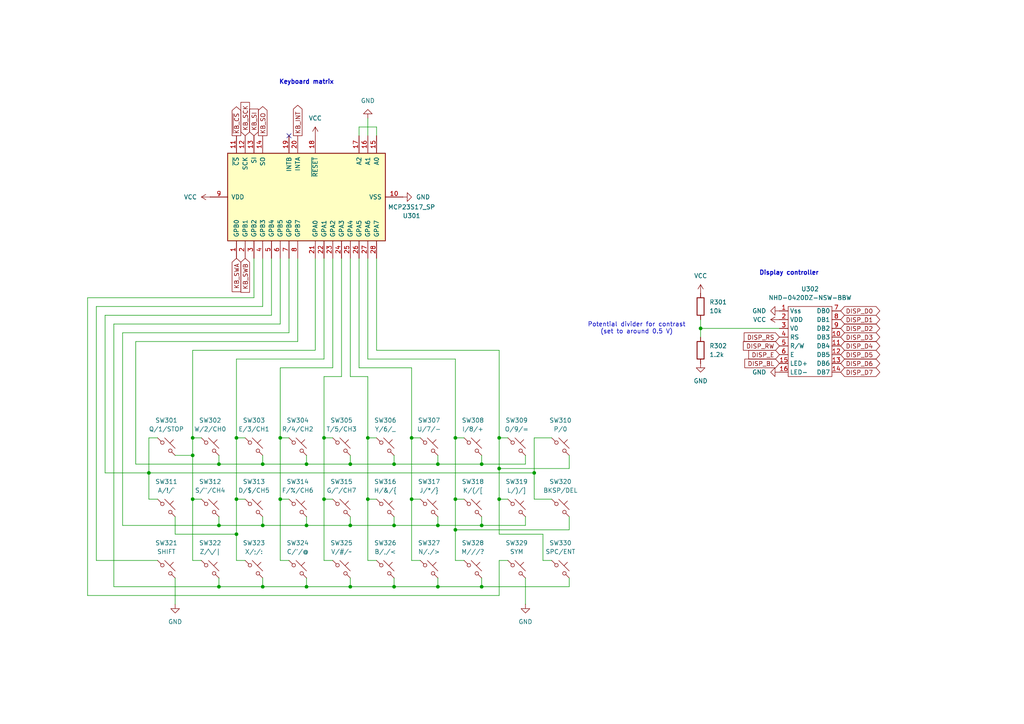
<source format=kicad_sch>
(kicad_sch (version 20250114) (generator "eeschema") (generator_version "9.0")
  (paper "A4")
  (lib_symbols
    (symbol "Components:NHD-0420DZ-FL-YBW"
      (property "Reference" "U" (at -4.318 13.716 0))
      (property "Value" "NHD-0420DZ-FL-YBW" (at 6.096 11.684 0))
      (symbol "NHD-0420DZ-FL-YBW_0_1"
        (rectangle (start -5.08 10.16) (end 7.62 -10.16))
      )
      (symbol "NHD-0420DZ-FL-YBW_1_1"
        (pin power_in line (at -7.62 8.89 0) (length 2.54) (name "Vss") (number "1"))
        (pin power_in line (at -7.62 6.35 0) (length 2.54) (name "VDD") (number "2"))
        (pin power_in line (at -7.62 3.81 0) (length 2.54) (name "V0") (number "3"))
        (pin input line (at -7.62 1.27 0) (length 2.54) (name "RS") (number "4"))
        (pin input line (at -7.62 -1.27 0) (length 2.54) (name "R/W") (number "5"))
        (pin input line (at -7.62 -3.81 0) (length 2.54) (name "E") (number "6"))
        (pin power_in line (at -7.62 -6.35 0) (length 2.54) (name "LED+") (number "15"))
        (pin power_in line (at -7.62 -8.89 0) (length 2.54) (name "LED-") (number "16"))
        (pin tri_state line (at 10.16 8.89 180) (length 2.54) (name "DB0") (number "7"))
        (pin tri_state line (at 10.16 6.35 180) (length 2.54) (name "DB1") (number "8"))
        (pin tri_state line (at 10.16 3.81 180) (length 2.54) (name "DB2") (number "9"))
        (pin tri_state line (at 10.16 1.27 180) (length 2.54) (name "DB3") (number "10"))
        (pin tri_state line (at 10.16 -1.27 180) (length 2.54) (name "DB4") (number "11"))
        (pin tri_state line (at 10.16 -3.81 180) (length 2.54) (name "DB5") (number "12"))
        (pin tri_state line (at 10.16 -6.35 180) (length 2.54) (name "DB6") (number "13"))
        (pin tri_state line (at 10.16 -8.89 180) (length 2.54) (name "DB7") (number "14"))
      )
    )
    (symbol "Device:R" (pin_numbers (hide yes)) (pin_names (offset 0))
      (property "Reference" "R" (at 2.032 0 90))
      (property "Value" "R" (at 0 0 90))
      (symbol "R_0_1"
        (rectangle (start -1.016 -2.54) (end 1.016 2.54) (stroke (width 0.254)))
      )
      (symbol "R_1_1"
        (pin passive line (at 0 3.81 270) (length 1.27) (name "~") (number "1"))
        (pin passive line (at 0 -3.81 90) (length 1.27) (name "~") (number "2"))
      )
    )
    (symbol "Interface_Expansion:MCP23S17_SP" (pin_names (offset 1.016))
      (property "Reference" "U" (at -11.43 24.13 0))
      (property "Value" "MCP23S17_SP" (at 0 0 0))
      (symbol "MCP23S17_SP_0_1"
        (rectangle (start -12.7 22.86) (end 12.7 -22.86) (stroke (width 0.254)) (fill (type background)))
      )
      (symbol "MCP23S17_SP_1_1"
        (pin input line (at -17.78 20.32 0) (length 5.08) (name "~{CS}") (number "11"))
        (pin input line (at -17.78 17.78 0) (length 5.08) (name "SCK") (number "12"))
        (pin input line (at -17.78 15.24 0) (length 5.08) (name "SI") (number "13"))
        (pin output line (at -17.78 12.7 0) (length 5.08) (name "SO") (number "14"))
        (pin tri_state line (at -17.78 5.08 0) (length 5.08) (name "INTB") (number "19"))
        (pin tri_state line (at -17.78 2.54 0) (length 5.08) (name "INTA") (number "20"))
        (pin input line (at -17.78 -2.54 0) (length 5.08) (name "~{RESET}") (number "18"))
        (pin input line (at -17.78 -15.24 0) (length 5.08) (name "A2") (number "17"))
        (pin input line (at -17.78 -17.78 0) (length 5.08) (name "A1") (number "16"))
        (pin input line (at -17.78 -20.32 0) (length 5.08) (name "A0") (number "15"))
        (pin power_in line (at 0 27.94 270) (length 5.08) (name "VDD") (number "9"))
        (pin power_in line (at 0 -27.94 90) (length 5.08) (name "VSS") (number "10"))
        (pin bidirectional line (at 17.78 20.32 180) (length 5.08) (name "GPB0") (number "1"))
        (pin bidirectional line (at 17.78 17.78 180) (length 5.08) (name "GPB1") (number "2"))
        (pin bidirectional line (at 17.78 15.24 180) (length 5.08) (name "GPB2") (number "3"))
        (pin bidirectional line (at 17.78 12.7 180) (length 5.08) (name "GPB3") (number "4"))
        (pin bidirectional line (at 17.78 10.16 180) (length 5.08) (name "GPB4") (number "5"))
        (pin bidirectional line (at 17.78 7.62 180) (length 5.08) (name "GPB5") (number "6"))
        (pin bidirectional line (at 17.78 5.08 180) (length 5.08) (name "GPB6") (number "7"))
        (pin bidirectional line (at 17.78 2.54 180) (length 5.08) (name "GPB7") (number "8"))
        (pin bidirectional line (at 17.78 -2.54 180) (length 5.08) (name "GPA0") (number "21"))
        (pin bidirectional line (at 17.78 -5.08 180) (length 5.08) (name "GPA1") (number "22"))
        (pin bidirectional line (at 17.78 -7.62 180) (length 5.08) (name "GPA2") (number "23"))
        (pin bidirectional line (at 17.78 -10.16 180) (length 5.08) (name "GPA3") (number "24"))
        (pin bidirectional line (at 17.78 -12.7 180) (length 5.08) (name "GPA4") (number "25"))
        (pin bidirectional line (at 17.78 -15.24 180) (length 5.08) (name "GPA5") (number "26"))
        (pin bidirectional line (at 17.78 -17.78 180) (length 5.08) (name "GPA6") (number "27"))
        (pin bidirectional line (at 17.78 -20.32 180) (length 5.08) (name "GPA7") (number "28"))
      )
    )
    (symbol "Switch:SW_Push_45deg" (pin_numbers (hide yes)) (pin_names (offset 1.016) (hide yes))
      (property "Reference" "SW" (at 3.048 1.016 0))
      (property "Value" "SW_Push_45deg" (at 0 -3.81 0))
      (symbol "SW_Push_45deg_0_1"
        (polyline (pts (xy -2.54 2.54) (xy -1.524 1.524) (xy -1.524 1.524)))
        (circle (center -1.1684 1.1684) (radius 0.508))
        (polyline (pts (xy -0.508 2.54) (xy 2.54 -0.508)))
        (polyline (pts (xy 1.016 1.016) (xy 2.032 2.032)))
        (circle (center 1.143 -1.1938) (radius 0.508))
        (polyline (pts (xy 1.524 -1.524) (xy 2.54 -2.54) (xy 2.54 -2.54) (xy 2.54 -2.54)))
        (pin passive line (at -2.54 2.54 0) (length 0) (name "1") (number "1"))
        (pin passive line (at 2.54 -2.54 180) (length 0) (name "2") (number "2"))
      )
    )
    (symbol "power:GND" (power) (pin_numbers (hide yes)) (pin_names (offset 0) (hide yes))
      (property "Value" "GND" (at 0 -3.81 0))
      (symbol "GND_0_1"
        (polyline (pts (xy 0 0) (xy 0 -1.27) (xy 1.27 -1.27) (xy 0 -2.54) (xy -1.27 -1.27) (xy 0 -1.27)))
      )
      (symbol "GND_1_1"
        (pin power_in line (at 0 0 270) (length 0) (name "~") (number "1"))
      )
    )
    (symbol "power:VCC" (power) (pin_numbers (hide yes)) (pin_names (offset 0) (hide yes))
      (property "Value" "VCC" (at 0 3.556 0))
      (symbol "VCC_0_1"
        (polyline (pts (xy -0.762 1.27) (xy 0 2.54)))
        (polyline (pts (xy 0 2.54) (xy 0.762 1.27)))
        (polyline (pts (xy 0 0) (xy 0 2.54)))
      )
      (symbol "VCC_1_1"
        (pin power_in line (at 0 0 90) (length 0) (name "~") (number "1"))
      )
    )
  )
  (text "Display controller" (at 228.854 79.248 0) (effects (font (size 1.27 1.27) (thickness 0.254) (bold yes))))
  (text "Keyboard matrix" (at 88.9 23.876 0) (effects (font (size 1.27 1.27) (thickness 0.254) (bold yes))))
  (text "Potential divider for contrast\n(set to around 0.5 V)" (at 184.658 95.25 0) (effects (font (size 1.27 1.27) (thickness 0.1588))))
  (junction (at 93.98 127))
  (junction (at 63.5 170.18))
  (junction (at 55.88 144.78))
  (junction (at 144.78 127))
  (junction (at 127 134.62))
  (junction (at 55.88 132.08))
  (junction (at 114.3 134.62))
  (junction (at 88.9 134.62))
  (junction (at 101.6 170.18))
  (junction (at 81.28 127))
  (junction (at 81.28 144.78))
  (junction (at 88.9 170.18))
  (junction (at 93.98 144.78))
  (junction (at 154.94 137.16))
  (junction (at 144.78 144.78))
  (junction (at 68.58 127))
  (junction (at 139.7 170.18))
  (junction (at 43.18 137.16))
  (junction (at 203.2 95.25))
  (junction (at 139.7 152.4))
  (junction (at 144.78 135.89))
  (junction (at 132.08 144.78))
  (junction (at 101.6 152.4))
  (junction (at 76.2 170.18))
  (junction (at 106.68 127))
  (junction (at 88.9 152.4))
  (junction (at 106.68 144.78))
  (junction (at 132.08 127))
  (junction (at 76.2 134.62))
  (junction (at 114.3 170.18))
  (junction (at 68.58 144.78))
  (junction (at 119.38 127))
  (junction (at 139.7 134.62))
  (junction (at 127 152.4))
  (junction (at 63.5 134.62))
  (junction (at 114.3 152.4))
  (junction (at 101.6 134.62))
  (junction (at 55.88 127))
  (junction (at 68.58 154.94))
  (junction (at 76.2 152.4))
  (junction (at 63.5 152.4))
  (junction (at 127 170.18))
  (junction (at 132.08 153.67))
  (junction (at 119.38 144.78))
  (no_connect (at 83.82 39.37))
  (wire (pts (xy 154.94 144.78) (xy 160.02 144.78)))
  (wire (pts (xy 144.78 127) (xy 144.78 135.89)))
  (wire (pts (xy 114.3 167.64) (xy 114.3 170.18)))
  (wire (pts (xy 114.3 152.4) (xy 127 152.4)))
  (wire (pts (xy 78.74 91.44) (xy 30.48 91.44)))
  (wire (pts (xy 165.1 153.67) (xy 132.08 153.67)))
  (wire (pts (xy 25.4 86.36) (xy 73.66 86.36)))
  (wire (pts (xy 203.2 95.25) (xy 226.06 95.25)))
  (wire (pts (xy 63.5 152.4) (xy 76.2 152.4)))
  (wire (pts (xy 50.8 149.86) (xy 50.8 154.94)))
  (wire (pts (xy 45.72 144.78) (xy 43.18 144.78)))
  (wire (pts (xy 55.88 144.78) (xy 58.42 144.78)))
  (wire (pts (xy 106.68 127) (xy 106.68 144.78)))
  (wire (pts (xy 203.2 95.25) (xy 203.2 97.79)))
  (wire (pts (xy 165.1 167.64) (xy 165.1 170.18)))
  (wire (pts (xy 91.44 101.6) (xy 55.88 101.6)))
  (wire (pts (xy 127 132.08) (xy 127 134.62)))
  (wire (pts (xy 68.58 104.14) (xy 68.58 127)))
  (wire (pts (xy 55.88 132.08) (xy 55.88 144.78)))
  (wire (pts (xy 88.9 170.18) (xy 101.6 170.18)))
  (wire (pts (xy 83.82 162.56) (xy 81.28 162.56)))
  (wire (pts (xy 104.14 39.37) (xy 104.14 36.83)))
  (wire (pts (xy 157.48 154.94) (xy 157.48 162.56)))
  (wire (pts (xy 121.92 162.56) (xy 119.38 162.56)))
  (wire (pts (xy 25.4 172.72) (xy 25.4 86.36)))
  (wire (pts (xy 106.68 144.78) (xy 106.68 162.56)))
  (wire (pts (xy 101.6 152.4) (xy 114.3 152.4)))
  (wire (pts (xy 86.36 74.93) (xy 86.36 99.06)))
  (wire (pts (xy 50.8 154.94) (xy 68.58 154.94)))
  (wire (pts (xy 109.22 101.6) (xy 144.78 101.6)))
  (wire (pts (xy 33.02 170.18) (xy 63.5 170.18)))
  (wire (pts (xy 68.58 127) (xy 68.58 144.78)))
  (wire (pts (xy 33.02 93.98) (xy 33.02 170.18)))
  (wire (pts (xy 101.6 74.93) (xy 101.6 109.22)))
  (wire (pts (xy 39.37 99.06) (xy 39.37 134.62)))
  (wire (pts (xy 96.52 162.56) (xy 93.98 162.56)))
  (wire (pts (xy 127 149.86) (xy 127 152.4)))
  (wire (pts (xy 203.2 92.71) (xy 203.2 95.25)))
  (wire (pts (xy 165.1 132.08) (xy 165.1 135.89)))
  (wire (pts (xy 157.48 162.56) (xy 160.02 162.56)))
  (wire (pts (xy 147.32 162.56) (xy 144.78 162.56)))
  (wire (pts (xy 55.88 144.78) (xy 55.88 162.56)))
  (wire (pts (xy 86.36 99.06) (xy 39.37 99.06)))
  (wire (pts (xy 132.08 144.78) (xy 132.08 153.67)))
  (wire (pts (xy 45.72 127) (xy 43.18 127)))
  (wire (pts (xy 96.52 106.68) (xy 81.28 106.68)))
  (wire (pts (xy 27.94 162.56) (xy 27.94 88.9)))
  (wire (pts (xy 144.78 162.56) (xy 144.78 172.72)))
  (wire (pts (xy 144.78 101.6) (xy 144.78 127)))
  (wire (pts (xy 45.72 162.56) (xy 27.94 162.56)))
  (wire (pts (xy 119.38 144.78) (xy 121.92 144.78)))
  (wire (pts (xy 81.28 74.93) (xy 81.28 93.98)))
  (wire (pts (xy 63.5 149.86) (xy 63.5 152.4)))
  (wire (pts (xy 93.98 144.78) (xy 93.98 162.56)))
  (wire (pts (xy 101.6 167.64) (xy 101.6 170.18)))
  (wire (pts (xy 78.74 74.93) (xy 78.74 91.44)))
  (wire (pts (xy 132.08 104.14) (xy 132.08 127)))
  (wire (pts (xy 139.7 152.4) (xy 152.4 152.4)))
  (wire (pts (xy 93.98 127) (xy 93.98 144.78)))
  (wire (pts (xy 30.48 91.44) (xy 30.48 137.16)))
  (wire (pts (xy 91.44 74.93) (xy 91.44 101.6)))
  (wire (pts (xy 132.08 153.67) (xy 132.08 162.56)))
  (wire (pts (xy 109.22 74.93) (xy 109.22 101.6)))
  (wire (pts (xy 101.6 149.86) (xy 101.6 152.4)))
  (wire (pts (xy 101.6 109.22) (xy 106.68 109.22)))
  (wire (pts (xy 144.78 154.94) (xy 157.48 154.94)))
  (wire (pts (xy 63.5 132.08) (xy 63.5 134.62)))
  (wire (pts (xy 88.9 149.86) (xy 88.9 152.4)))
  (wire (pts (xy 106.68 127) (xy 109.22 127)))
  (wire (pts (xy 76.2 134.62) (xy 88.9 134.62)))
  (wire (pts (xy 104.14 106.68) (xy 119.38 106.68)))
  (wire (pts (xy 50.8 167.64) (xy 50.8 175.26)))
  (wire (pts (xy 76.2 170.18) (xy 88.9 170.18)))
  (wire (pts (xy 139.7 134.62) (xy 139.7 132.08)))
  (wire (pts (xy 63.5 134.62) (xy 76.2 134.62)))
  (wire (pts (xy 93.98 127) (xy 96.52 127)))
  (wire (pts (xy 104.14 74.93) (xy 104.14 106.68)))
  (wire (pts (xy 114.3 149.86) (xy 114.3 152.4)))
  (wire (pts (xy 99.06 74.93) (xy 99.06 109.22)))
  (wire (pts (xy 76.2 149.86) (xy 76.2 152.4)))
  (wire (pts (xy 119.38 127) (xy 119.38 144.78)))
  (wire (pts (xy 88.9 134.62) (xy 101.6 134.62)))
  (wire (pts (xy 165.1 149.86) (xy 165.1 153.67)))
  (wire (pts (xy 132.08 144.78) (xy 134.62 144.78)))
  (wire (pts (xy 63.5 170.18) (xy 76.2 170.18)))
  (wire (pts (xy 55.88 127) (xy 58.42 127)))
  (wire (pts (xy 139.7 170.18) (xy 165.1 170.18)))
  (wire (pts (xy 106.68 144.78) (xy 109.22 144.78)))
  (wire (pts (xy 88.9 132.08) (xy 88.9 134.62)))
  (wire (pts (xy 83.82 96.52) (xy 35.56 96.52)))
  (wire (pts (xy 93.98 74.93) (xy 93.98 104.14)))
  (wire (pts (xy 114.3 170.18) (xy 127 170.18)))
  (wire (pts (xy 106.68 109.22) (xy 106.68 127)))
  (wire (pts (xy 139.7 149.86) (xy 139.7 152.4)))
  (wire (pts (xy 119.38 106.68) (xy 119.38 127)))
  (wire (pts (xy 106.68 74.93) (xy 106.68 104.14)))
  (wire (pts (xy 144.78 144.78) (xy 144.78 154.94)))
  (wire (pts (xy 127 170.18) (xy 139.7 170.18)))
  (wire (pts (xy 132.08 127) (xy 134.62 127)))
  (wire (pts (xy 35.56 152.4) (xy 63.5 152.4)))
  (wire (pts (xy 144.78 144.78) (xy 147.32 144.78)))
  (wire (pts (xy 88.9 152.4) (xy 101.6 152.4)))
  (wire (pts (xy 114.3 134.62) (xy 127 134.62)))
  (wire (pts (xy 99.06 109.22) (xy 93.98 109.22)))
  (wire (pts (xy 127 167.64) (xy 127 170.18)))
  (wire (pts (xy 144.78 127) (xy 147.32 127)))
  (wire (pts (xy 81.28 127) (xy 81.28 144.78)))
  (wire (pts (xy 152.4 152.4) (xy 152.4 149.86)))
  (wire (pts (xy 68.58 144.78) (xy 68.58 154.94)))
  (wire (pts (xy 88.9 167.64) (xy 88.9 170.18)))
  (wire (pts (xy 35.56 96.52) (xy 35.56 152.4)))
  (wire (pts (xy 134.62 162.56) (xy 132.08 162.56)))
  (wire (pts (xy 68.58 127) (xy 71.12 127)))
  (wire (pts (xy 165.1 135.89) (xy 144.78 135.89)))
  (wire (pts (xy 73.66 86.36) (xy 73.66 74.93)))
  (wire (pts (xy 76.2 152.4) (xy 88.9 152.4)))
  (wire (pts (xy 81.28 144.78) (xy 81.28 162.56)))
  (wire (pts (xy 81.28 127) (xy 83.82 127)))
  (wire (pts (xy 106.68 34.29) (xy 106.68 39.37)))
  (wire (pts (xy 39.37 134.62) (xy 63.5 134.62)))
  (wire (pts (xy 27.94 88.9) (xy 76.2 88.9)))
  (wire (pts (xy 93.98 104.14) (xy 68.58 104.14)))
  (wire (pts (xy 71.12 162.56) (xy 68.58 162.56)))
  (wire (pts (xy 152.4 134.62) (xy 139.7 134.62)))
  (wire (pts (xy 76.2 88.9) (xy 76.2 74.93)))
  (wire (pts (xy 101.6 134.62) (xy 114.3 134.62)))
  (wire (pts (xy 30.48 137.16) (xy 43.18 137.16)))
  (wire (pts (xy 50.8 132.08) (xy 55.88 132.08)))
  (wire (pts (xy 76.2 132.08) (xy 76.2 134.62)))
  (wire (pts (xy 101.6 170.18) (xy 114.3 170.18)))
  (wire (pts (xy 81.28 93.98) (xy 33.02 93.98)))
  (wire (pts (xy 68.58 144.78) (xy 71.12 144.78)))
  (wire (pts (xy 109.22 162.56) (xy 106.68 162.56)))
  (wire (pts (xy 63.5 167.64) (xy 63.5 170.18)))
  (wire (pts (xy 132.08 127) (xy 132.08 144.78)))
  (wire (pts (xy 114.3 132.08) (xy 114.3 134.62)))
  (wire (pts (xy 76.2 167.64) (xy 76.2 170.18)))
  (wire (pts (xy 93.98 109.22) (xy 93.98 127)))
  (wire (pts (xy 139.7 167.64) (xy 139.7 170.18)))
  (wire (pts (xy 152.4 132.08) (xy 152.4 134.62)))
  (wire (pts (xy 81.28 106.68) (xy 81.28 127)))
  (wire (pts (xy 43.18 137.16) (xy 43.18 144.78)))
  (wire (pts (xy 127 152.4) (xy 139.7 152.4)))
  (wire (pts (xy 109.22 36.83) (xy 109.22 39.37)))
  (wire (pts (xy 154.94 137.16) (xy 154.94 144.78)))
  (wire (pts (xy 127 134.62) (xy 139.7 134.62)))
  (wire (pts (xy 58.42 162.56) (xy 55.88 162.56)))
  (wire (pts (xy 104.14 36.83) (xy 109.22 36.83)))
  (wire (pts (xy 152.4 167.64) (xy 152.4 175.26)))
  (wire (pts (xy 43.18 137.16) (xy 154.94 137.16)))
  (wire (pts (xy 93.98 144.78) (xy 96.52 144.78)))
  (wire (pts (xy 43.18 127) (xy 43.18 137.16)))
  (wire (pts (xy 81.28 144.78) (xy 83.82 144.78)))
  (wire (pts (xy 55.88 101.6) (xy 55.88 127)))
  (wire (pts (xy 101.6 132.08) (xy 101.6 134.62)))
  (wire (pts (xy 68.58 154.94) (xy 68.58 162.56)))
  (wire (pts (xy 154.94 137.16) (xy 154.94 127)))
  (wire (pts (xy 119.38 144.78) (xy 119.38 162.56)))
  (wire (pts (xy 96.52 74.93) (xy 96.52 106.68)))
  (wire (pts (xy 154.94 127) (xy 160.02 127)))
  (wire (pts (xy 144.78 135.89) (xy 144.78 144.78)))
  (wire (pts (xy 55.88 127) (xy 55.88 132.08)))
  (wire (pts (xy 83.82 74.93) (xy 83.82 96.52)))
  (wire (pts (xy 106.68 104.14) (xy 132.08 104.14)))
  (wire (pts (xy 144.78 172.72) (xy 25.4 172.72)))
  (wire (pts (xy 119.38 127) (xy 121.92 127)))
  (global_label "DISP_E" (shape input) (at 226.06 102.87 180) (property "Intersheetrefs" "${INTERSHEET_REFS}" (effects (hide yes))))
  (global_label "DISP_D3" (shape tri_state) (at 243.84 97.79 0) (property "Intersheetrefs" "${INTERSHEET_REFS}" (effects (hide yes))))
  (global_label "DISP_RW" (shape input) (at 226.06 100.33 180) (property "Intersheetrefs" "${INTERSHEET_REFS}" (effects (hide yes))))
  (global_label "KB_SWA" (shape input) (at 68.58 74.93 270) (property "Intersheetrefs" "${INTERSHEET_REFS}" (effects (hide yes))))
  (global_label "DISP_D0" (shape tri_state) (at 243.84 90.17 0) (property "Intersheetrefs" "${INTERSHEET_REFS}" (effects (hide yes))))
  (global_label "~{KB_CS}" (shape output) (at 68.58 39.37 90) (property "Intersheetrefs" "${INTERSHEET_REFS}" (effects (hide yes))))
  (global_label "DISP_D7" (shape tri_state) (at 243.84 107.95 0) (property "Intersheetrefs" "${INTERSHEET_REFS}" (effects (hide yes))))
  (global_label "DISP_D1" (shape tri_state) (at 243.84 92.71 0) (property "Intersheetrefs" "${INTERSHEET_REFS}" (effects (hide yes))))
  (global_label "KB_SCK" (shape input) (at 71.12 39.37 90) (property "Intersheetrefs" "${INTERSHEET_REFS}" (effects (hide yes))))
  (global_label "DISP_BL" (shape input) (at 226.06 105.41 180) (property "Intersheetrefs" "${INTERSHEET_REFS}" (effects (hide yes))))
  (global_label "DISP_D4" (shape tri_state) (at 243.84 100.33 0) (property "Intersheetrefs" "${INTERSHEET_REFS}" (effects (hide yes))))
  (global_label "KB_SI" (shape input) (at 73.66 39.37 90) (property "Intersheetrefs" "${INTERSHEET_REFS}" (effects (hide yes))))
  (global_label "DISP_D2" (shape tri_state) (at 243.84 95.25 0) (property "Intersheetrefs" "${INTERSHEET_REFS}" (effects (hide yes))))
  (global_label "DISP_RS" (shape input) (at 226.06 97.79 180) (property "Intersheetrefs" "${INTERSHEET_REFS}" (effects (hide yes))))
  (global_label "DISP_D5" (shape tri_state) (at 243.84 102.87 0) (property "Intersheetrefs" "${INTERSHEET_REFS}" (effects (hide yes))))
  (global_label "KB_SWB" (shape input) (at 71.12 74.93 270) (property "Intersheetrefs" "${INTERSHEET_REFS}" (effects (hide yes))))
  (global_label "DISP_D6" (shape tri_state) (at 243.84 105.41 0) (property "Intersheetrefs" "${INTERSHEET_REFS}" (effects (hide yes))))
  (global_label "KB_SO" (shape output) (at 76.2 39.37 90) (property "Intersheetrefs" "${INTERSHEET_REFS}" (effects (hide yes))))
  (global_label "KB_INT" (shape output) (at 86.36 39.37 90) (effects (font (thickness 0.1588))) (property "Intersheetrefs" "${INTERSHEET_REFS}" (effects (hide yes))))
  (symbol (lib_id "power:GND") (at 226.06 90.17 270) (unit 1)
    (property "Reference" "#PWR0307" (effects (hide yes)))
    (property "Value" "GND" (at 222.25 90.1699 90) (effects (justify right)))
    (property "Description" "Power symbol creates a global label with name \"GND\" , ground" (effects (hide yes)))
  )
  (symbol (lib_id "power:GND") (at 116.84 57.15 90) (unit 1)
    (property "Reference" "#PWR0304" (effects (hide yes)))
    (property "Value" "GND" (at 120.65 57.1499 90) (effects (justify right)))
    (property "Description" "Power symbol creates a global label with name \"GND\" , ground" (effects (hide yes)))
  )
  (symbol (lib_id "Device:R") (at 203.2 88.9 0) (unit 1)
    (property "Reference" "R301" (at 205.74 87.6299 0) (effects (justify left)))
    (property "Value" "10k" (at 205.74 90.1699 0) (effects (justify left)))
    (property "Footprint" "Resistor_THT:R_Axial_DIN0207_L6.3mm_D2.5mm_P7.62mm_Horizontal" (effects (hide yes)))
    (property "Description" "Resistor" (effects (hide yes)))
  )
  (symbol (lib_id "power:GND") (at 226.06 107.95 270) (unit 1)
    (property "Reference" "#PWR0312" (effects (hide yes)))
    (property "Value" "GND" (at 222.25 107.9499 90) (effects (justify right)))
    (property "Description" "Power symbol creates a global label with name \"GND\" , ground" (effects (hide yes)))
  )
  (symbol (lib_id "Switch:SW_Push_45deg") (at 73.66 147.32 0) (unit 1)
    (property "Reference" "SW313" (at 73.66 139.7 0))
    (property "Value" "D/$/CH5" (at 73.66 142.24 0))
    (property "Footprint" "Button_Switch_THT:SW_PUSH_6mm" (effects (hide yes)))
    (property "Description" "Push button switch, normally open, two pins, 45° tilted" (effects (hide yes)))
  )
  (symbol (lib_id "power:GND") (at 203.2 105.41 0) (unit 1)
    (property "Reference" "#PWR0310" (effects (hide yes)))
    (property "Value" "GND" (at 203.2 110.49 0))
    (property "Description" "Power symbol creates a global label with name \"GND\" , ground" (effects (hide yes)))
  )
  (symbol (lib_id "Switch:SW_Push_45deg") (at 86.36 165.1 0) (unit 1)
    (property "Reference" "SW324" (at 86.36 157.48 0))
    (property "Value" "C/'/@" (at 86.36 160.02 0))
    (property "Footprint" "Button_Switch_THT:SW_PUSH_6mm" (effects (hide yes)))
    (property "Description" "Push button switch, normally open, two pins, 45° tilted" (effects (hide yes)))
  )
  (symbol (lib_id "Switch:SW_Push_45deg") (at 73.66 129.54 0) (unit 1)
    (property "Reference" "SW303" (at 73.66 121.92 0))
    (property "Value" "E/3/CH1" (at 73.66 124.46 0))
    (property "Footprint" "Button_Switch_THT:SW_PUSH_6mm" (effects (hide yes)))
    (property "Description" "Push button switch, normally open, two pins, 45° tilted" (effects (hide yes)))
  )
  (symbol (lib_id "Switch:SW_Push_45deg") (at 99.06 129.54 0) (unit 1)
    (property "Reference" "SW305" (at 99.06 121.92 0))
    (property "Value" "T/5/CH3" (at 99.06 124.46 0))
    (property "Footprint" "Button_Switch_THT:SW_PUSH_6mm" (effects (hide yes)))
    (property "Description" "Push button switch, normally open, two pins, 45° tilted" (effects (hide yes)))
  )
  (symbol (lib_id "Switch:SW_Push_45deg") (at 149.86 165.1 0) (unit 1)
    (property "Reference" "SW329" (at 149.86 157.48 0))
    (property "Value" "SYM" (at 149.86 160.02 0))
    (property "Footprint" "Button_Switch_THT:SW_PUSH_6mm" (effects (hide yes)))
    (property "Description" "Push button switch, normally open, two pins, 45° tilted" (effects (hide yes)))
  )
  (symbol (lib_id "Switch:SW_Push_45deg") (at 162.56 129.54 0) (unit 1)
    (property "Reference" "SW310" (at 162.56 121.92 0))
    (property "Value" "P/0" (at 162.56 124.46 0))
    (property "Footprint" "Button_Switch_THT:SW_PUSH_6mm" (effects (hide yes)))
    (property "Description" "Push button switch, normally open, two pins, 45° tilted" (effects (hide yes)))
  )
  (symbol (lib_id "Switch:SW_Push_45deg") (at 99.06 147.32 0) (unit 1)
    (property "Reference" "SW315" (at 99.06 139.7 0))
    (property "Value" "G/^/CH7" (at 99.06 142.24 0))
    (property "Footprint" "Button_Switch_THT:SW_PUSH_6mm" (effects (hide yes)))
    (property "Description" "Push button switch, normally open, two pins, 45° tilted" (effects (hide yes)))
  )
  (symbol (lib_id "power:GND") (at 50.8 175.26 0) (unit 1)
    (property "Reference" "#PWR0301" (effects (hide yes)))
    (property "Value" "GND" (at 50.8 180.34 0))
    (property "Description" "Power symbol creates a global label with name \"GND\" , ground" (effects (hide yes)))
  )
  (symbol (lib_id "Switch:SW_Push_45deg") (at 124.46 147.32 0) (unit 1)
    (property "Reference" "SW317" (at 124.46 139.7 0))
    (property "Value" "J/*/}" (at 124.46 142.24 0))
    (property "Footprint" "Button_Switch_THT:SW_PUSH_6mm" (effects (hide yes)))
    (property "Description" "Push button switch, normally open, two pins, 45° tilted" (effects (hide yes)))
  )
  (symbol (lib_id "Switch:SW_Push_45deg") (at 137.16 129.54 0) (unit 1)
    (property "Reference" "SW308" (at 137.16 121.92 0))
    (property "Value" "I/8/+" (at 137.16 124.46 0))
    (property "Footprint" "Button_Switch_THT:SW_PUSH_6mm" (effects (hide yes)))
    (property "Description" "Push button switch, normally open, two pins, 45° tilted" (effects (hide yes)))
  )
  (symbol (lib_id "Switch:SW_Push_45deg") (at 124.46 165.1 0) (unit 1)
    (property "Reference" "SW327" (at 124.46 157.48 0))
    (property "Value" "N/./>" (at 124.46 160.02 0))
    (property "Footprint" "Button_Switch_THT:SW_PUSH_6mm" (effects (hide yes)))
    (property "Description" "Push button switch, normally open, two pins, 45° tilted" (effects (hide yes)))
  )
  (symbol (lib_id "Switch:SW_Push_45deg") (at 60.96 147.32 0) (unit 1)
    (property "Reference" "SW312" (at 60.96 139.7 0))
    (property "Value" "S/\"/CH4" (at 60.96 142.24 0))
    (property "Footprint" "Button_Switch_THT:SW_PUSH_6mm" (effects (hide yes)))
    (property "Description" "Push button switch, normally open, two pins, 45° tilted" (effects (hide yes)))
  )
  (symbol (lib_id "Switch:SW_Push_45deg") (at 99.06 165.1 0) (unit 1)
    (property "Reference" "SW325" (at 99.06 157.48 0))
    (property "Value" "V/#/~" (at 99.06 160.02 0))
    (property "Footprint" "Button_Switch_THT:SW_PUSH_6mm" (effects (hide yes)))
    (property "Description" "Push button switch, normally open, two pins, 45° tilted" (effects (hide yes)))
  )
  (symbol (lib_id "power:VCC") (at 60.96 57.15 90) (unit 1)
    (property "Reference" "#PWR0303" (effects (hide yes)))
    (property "Value" "VCC" (at 57.15 57.1499 90) (effects (justify left)))
    (property "Description" "Power symbol creates a global label with name \"VCC\"" (effects (hide yes)))
  )
  (symbol (lib_id "power:VCC") (at 91.44 39.37 0) (unit 1)
    (property "Reference" "#PWR0305" (effects (hide yes)))
    (property "Value" "VCC" (at 91.44 34.29 0))
    (property "Description" "Power symbol creates a global label with name \"VCC\"" (effects (hide yes)))
  )
  (symbol (lib_id "Switch:SW_Push_45deg") (at 149.86 129.54 0) (unit 1)
    (property "Reference" "SW309" (at 149.86 121.92 0))
    (property "Value" "O/9/=" (at 149.86 124.46 0))
    (property "Footprint" "Button_Switch_THT:SW_PUSH_6mm" (effects (hide yes)))
    (property "Description" "Push button switch, normally open, two pins, 45° tilted" (effects (hide yes)))
  )
  (symbol (lib_id "Switch:SW_Push_45deg") (at 124.46 129.54 0) (unit 1)
    (property "Reference" "SW307" (at 124.46 121.92 0))
    (property "Value" "U/7/-" (at 124.46 124.46 0))
    (property "Footprint" "Button_Switch_THT:SW_PUSH_6mm" (effects (hide yes)))
    (property "Description" "Push button switch, normally open, two pins, 45° tilted" (effects (hide yes)))
  )
  (symbol (lib_id "power:VCC") (at 226.06 92.71 90) (unit 1)
    (property "Reference" "#PWR0308" (effects (hide yes)))
    (property "Value" "VCC" (at 222.25 92.7099 90) (effects (justify left)))
    (property "Description" "Power symbol creates a global label with name \"VCC\"" (effects (hide yes)))
  )
  (symbol (lib_id "power:GND") (at 152.4 175.26 0) (unit 1)
    (property "Reference" "#PWR0302" (effects (hide yes)))
    (property "Value" "GND" (at 152.4 180.34 0))
    (property "Description" "Power symbol creates a global label with name \"GND\" , ground" (effects (hide yes)))
  )
  (symbol (lib_id "Switch:SW_Push_45deg") (at 86.36 129.54 0) (unit 1)
    (property "Reference" "SW304" (at 86.36 121.92 0))
    (property "Value" "R/4/CH2" (at 86.36 124.46 0))
    (property "Footprint" "Button_Switch_THT:SW_PUSH_6mm" (effects (hide yes)))
    (property "Description" "Push button switch, normally open, two pins, 45° tilted" (effects (hide yes)))
  )
  (symbol (lib_id "Components:NHD-0420DZ-FL-YBW") (at 233.68 99.06 0) (unit 1)
    (property "Reference" "U302" (at 234.95 83.82 0))
    (property "Value" "NHD-0420DZ-NSW-BBW" (at 234.95 86.36 0))
    (property "Footprint" "Components:NHD-0420DZ-FL-YBW" (effects (hide yes)))
  )
  (symbol (lib_id "Switch:SW_Push_45deg") (at 48.26 147.32 0) (unit 1)
    (property "Reference" "SW311" (at 48.26 139.7 0))
    (property "Value" "A/!/`" (at 48.26 142.24 0))
    (property "Footprint" "Button_Switch_THT:SW_PUSH_6mm" (effects (hide yes)))
    (property "Description" "Push button switch, normally open, two pins, 45° tilted" (effects (hide yes)))
  )
  (symbol (lib_id "Switch:SW_Push_45deg") (at 111.76 165.1 0) (unit 1)
    (property "Reference" "SW326" (at 111.76 157.48 0))
    (property "Value" "B/,/<" (at 111.76 160.02 0))
    (property "Footprint" "Button_Switch_THT:SW_PUSH_6mm" (effects (hide yes)))
    (property "Description" "Push button switch, normally open, two pins, 45° tilted" (effects (hide yes)))
  )
  (symbol (lib_id "Switch:SW_Push_45deg") (at 162.56 165.1 0) (unit 1)
    (property "Reference" "SW330" (at 162.56 157.48 0))
    (property "Value" "SPC/ENT" (at 162.56 160.02 0))
    (property "Footprint" "Button_Switch_THT:SW_PUSH_6mm" (effects (hide yes)))
    (property "Description" "Push button switch, normally open, two pins, 45° tilted" (effects (hide yes)))
  )
  (symbol (lib_id "Switch:SW_Push_45deg") (at 60.96 165.1 0) (unit 1)
    (property "Reference" "SW322" (at 60.96 157.48 0))
    (property "Value" "Z/\\/|" (at 60.96 160.02 0))
    (property "Footprint" "Button_Switch_THT:SW_PUSH_6mm" (effects (hide yes)))
    (property "Description" "Push button switch, normally open, two pins, 45° tilted" (effects (hide yes)))
  )
  (symbol (lib_id "Device:R") (at 203.2 101.6 0) (unit 1)
    (property "Reference" "R302" (at 205.74 100.3299 0) (effects (justify left)))
    (property "Value" "1.2k" (at 205.74 102.8699 0) (effects (justify left)))
    (property "Footprint" "Resistor_THT:R_Axial_DIN0207_L6.3mm_D2.5mm_P7.62mm_Horizontal" (effects (hide yes)))
    (property "Description" "Resistor" (effects (hide yes)))
  )
  (symbol (lib_id "Switch:SW_Push_45deg") (at 73.66 165.1 0) (unit 1)
    (property "Reference" "SW323" (at 73.66 157.48 0))
    (property "Value" "X/;/:" (at 73.66 160.02 0))
    (property "Footprint" "Button_Switch_THT:SW_PUSH_6mm" (effects (hide yes)))
    (property "Description" "Push button switch, normally open, two pins, 45° tilted" (effects (hide yes)))
  )
  (symbol (lib_id "Switch:SW_Push_45deg") (at 137.16 147.32 0) (unit 1)
    (property "Reference" "SW318" (at 137.16 139.7 0))
    (property "Value" "K/(/[" (at 137.16 142.24 0))
    (property "Footprint" "Button_Switch_THT:SW_PUSH_6mm" (effects (hide yes)))
    (property "Description" "Push button switch, normally open, two pins, 45° tilted" (effects (hide yes)))
  )
  (symbol (lib_id "Switch:SW_Push_45deg") (at 137.16 165.1 0) (unit 1)
    (property "Reference" "SW328" (at 137.16 157.48 0))
    (property "Value" "M///?" (at 137.16 160.02 0))
    (property "Footprint" "Button_Switch_THT:SW_PUSH_6mm" (effects (hide yes)))
    (property "Description" "Push button switch, normally open, two pins, 45° tilted" (effects (hide yes)))
  )
  (symbol (lib_id "power:GND") (at 106.68 34.29 180) (unit 1)
    (property "Reference" "#PWR0306" (effects (hide yes)))
    (property "Value" "GND" (at 106.68 29.21 0))
    (property "Description" "Power symbol creates a global label with name \"GND\" , ground" (effects (hide yes)))
  )
  (symbol (lib_id "Switch:SW_Push_45deg") (at 149.86 147.32 0) (unit 1)
    (property "Reference" "SW319" (at 149.86 139.7 0))
    (property "Value" "L/)/]" (at 149.86 142.24 0))
    (property "Footprint" "Button_Switch_THT:SW_PUSH_6mm" (effects (hide yes)))
    (property "Description" "Push button switch, normally open, two pins, 45° tilted" (effects (hide yes)))
  )
  (symbol (lib_id "power:VCC") (at 203.2 85.09 0) (unit 1)
    (property "Reference" "#PWR0309" (effects (hide yes)))
    (property "Value" "VCC" (at 203.2 80.01 0))
    (property "Description" "Power symbol creates a global label with name \"VCC\"" (effects (hide yes)))
  )
  (symbol (lib_id "Switch:SW_Push_45deg") (at 111.76 129.54 0) (unit 1)
    (property "Reference" "SW306" (at 111.76 121.92 0))
    (property "Value" "Y/6/_" (at 111.76 124.46 0))
    (property "Footprint" "Button_Switch_THT:SW_PUSH_6mm" (effects (hide yes)))
    (property "Description" "Push button switch, normally open, two pins, 45° tilted" (effects (hide yes)))
  )
  (symbol (lib_id "Switch:SW_Push_45deg") (at 162.56 147.32 0) (unit 1)
    (property "Reference" "SW320" (at 162.56 139.7 0))
    (property "Value" "BKSP/DEL" (at 162.56 142.24 0))
    (property "Footprint" "Button_Switch_THT:SW_PUSH_6mm" (effects (hide yes)))
    (property "Description" "Push button switch, normally open, two pins, 45° tilted" (effects (hide yes)))
  )
  (symbol (lib_id "Switch:SW_Push_45deg") (at 111.76 147.32 0) (unit 1)
    (property "Reference" "SW316" (at 111.76 139.7 0))
    (property "Value" "H/&/{" (at 111.76 142.24 0))
    (property "Footprint" "Button_Switch_THT:SW_PUSH_6mm" (effects (hide yes)))
    (property "Description" "Push button switch, normally open, two pins, 45° tilted" (effects (hide yes)))
  )
  (symbol (lib_id "Switch:SW_Push_45deg") (at 86.36 147.32 0) (unit 1)
    (property "Reference" "SW314" (at 86.36 139.7 0))
    (property "Value" "F/%/CH6" (at 86.36 142.24 0))
    (property "Footprint" "Button_Switch_THT:SW_PUSH_6mm" (effects (hide yes)))
    (property "Description" "Push button switch, normally open, two pins, 45° tilted" (effects (hide yes)))
  )
  (symbol (lib_id "Switch:SW_Push_45deg") (at 48.26 129.54 0) (unit 1)
    (property "Reference" "SW301" (at 48.26 121.92 0))
    (property "Value" "Q/1/STOP" (at 48.26 124.46 0))
    (property "Footprint" "Button_Switch_THT:SW_PUSH_6mm" (effects (hide yes)))
    (property "Description" "Push button switch, normally open, two pins, 45° tilted" (effects (hide yes)))
  )
  (symbol (lib_id "Interface_Expansion:MCP23S17_SP") (at 88.9 57.15 90) (mirror x) (unit 1)
    (property "Reference" "U301" (at 119.38 62.5954 90))
    (property "Value" "MCP23S17_SP" (at 119.38 60.0554 90))
    (property "Footprint" "Package_DIP:DIP-28_W7.62mm" (effects (hide yes)))
    (property "Datasheet" "http://ww1.microchip.com/downloads/en/DeviceDoc/20001952C.pdf" (effects (hide yes)))
    (property "Description" "16-bit I/O expander, SPI, interrupts, w pull-ups, SPDIP-28" (effects (hide yes)))
  )
  (symbol (lib_id "Switch:SW_Push_45deg") (at 48.26 165.1 0) (unit 1)
    (property "Reference" "SW321" (at 48.26 157.48 0))
    (property "Value" "SHIFT" (at 48.26 160.02 0))
    (property "Footprint" "Button_Switch_THT:SW_PUSH_6mm" (effects (hide yes)))
    (property "Description" "Push button switch, normally open, two pins, 45° tilted" (effects (hide yes)))
  )
  (symbol (lib_id "Switch:SW_Push_45deg") (at 60.96 129.54 0) (unit 1)
    (property "Reference" "SW302" (at 60.96 121.92 0))
    (property "Value" "W/2/CH0" (at 60.96 124.46 0))
    (property "Footprint" "Button_Switch_THT:SW_PUSH_6mm" (effects (hide yes)))
    (property "Description" "Push button switch, normally open, two pins, 45° tilted" (effects (hide yes)))
  )
)
</source>
